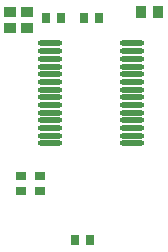
<source format=gtp>
G04 Layer_Color=7318015*
%FSLAX25Y25*%
%MOIN*%
G70*
G01*
G75*
%ADD11O,0.08268X0.01772*%
%ADD12R,0.03150X0.03740*%
%ADD13R,0.03740X0.04134*%
%ADD14R,0.04134X0.03543*%
%ADD15R,0.03740X0.03150*%
D11*
X162583Y285866D02*
D03*
Y288425D02*
D03*
Y290984D02*
D03*
Y293543D02*
D03*
Y296102D02*
D03*
Y298661D02*
D03*
Y301220D02*
D03*
Y303780D02*
D03*
Y306339D02*
D03*
Y308898D02*
D03*
Y311457D02*
D03*
Y314016D02*
D03*
Y316575D02*
D03*
Y319134D02*
D03*
X135417Y285866D02*
D03*
Y288425D02*
D03*
Y290984D02*
D03*
Y293543D02*
D03*
Y296102D02*
D03*
Y298661D02*
D03*
Y301220D02*
D03*
Y303780D02*
D03*
Y306339D02*
D03*
Y308898D02*
D03*
Y311457D02*
D03*
Y314016D02*
D03*
Y316575D02*
D03*
Y319134D02*
D03*
D12*
X133941Y327500D02*
D03*
X139059D02*
D03*
X146441D02*
D03*
X151559D02*
D03*
X143441Y253500D02*
D03*
X148559D02*
D03*
D13*
X165646Y329500D02*
D03*
X171354D02*
D03*
D14*
X127500Y324342D02*
D03*
Y329658D02*
D03*
X122000Y324342D02*
D03*
Y329658D02*
D03*
D15*
X132000Y274959D02*
D03*
Y269841D02*
D03*
X125500Y274959D02*
D03*
Y269841D02*
D03*
M02*

</source>
